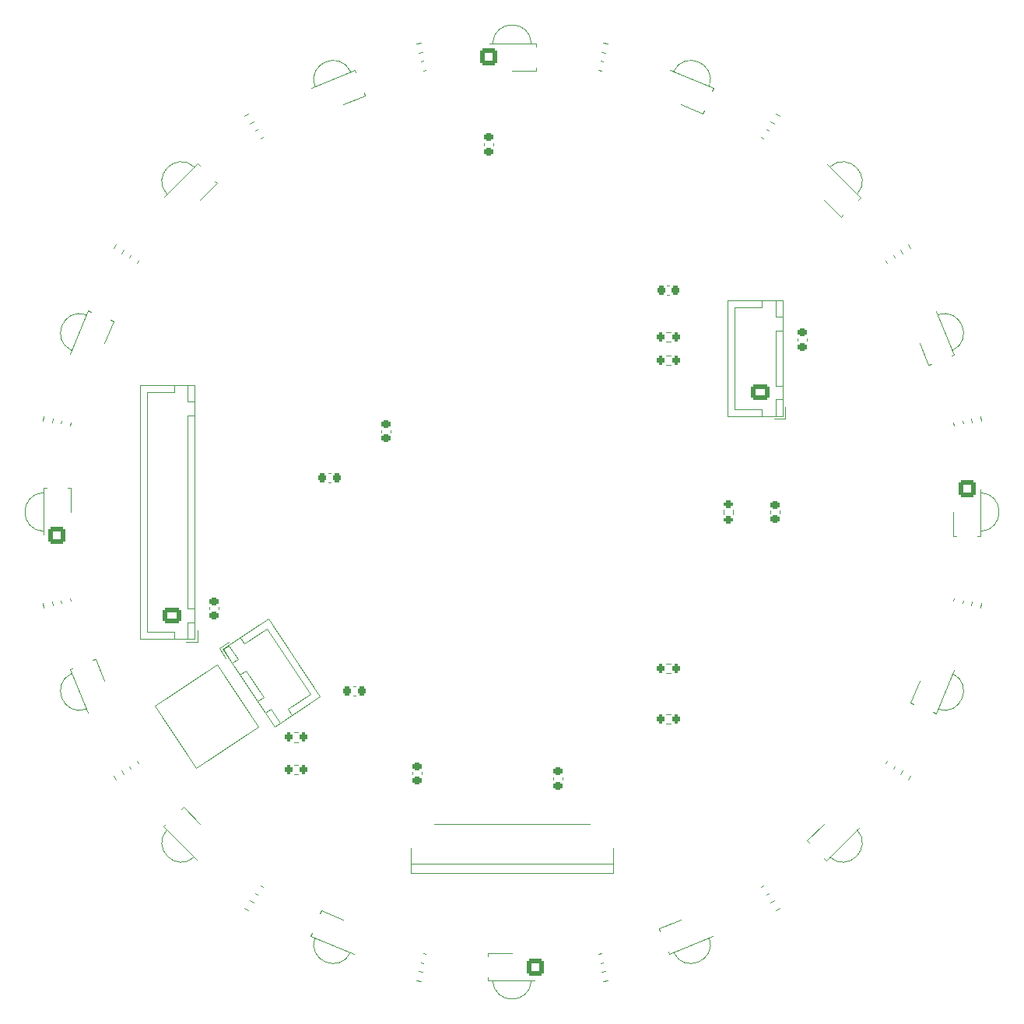
<source format=gbr>
%TF.GenerationSoftware,KiCad,Pcbnew,8.0.1*%
%TF.CreationDate,2024-11-10T20:11:21+09:00*%
%TF.ProjectId,Main-20240325,4d61696e-2d32-4303-9234-303332352e6b,rev?*%
%TF.SameCoordinates,Original*%
%TF.FileFunction,Legend,Bot*%
%TF.FilePolarity,Positive*%
%FSLAX46Y46*%
G04 Gerber Fmt 4.6, Leading zero omitted, Abs format (unit mm)*
G04 Created by KiCad (PCBNEW 8.0.1) date 2024-11-10 20:11:21*
%MOMM*%
%LPD*%
G01*
G04 APERTURE LIST*
G04 Aperture macros list*
%AMRoundRect*
0 Rectangle with rounded corners*
0 $1 Rounding radius*
0 $2 $3 $4 $5 $6 $7 $8 $9 X,Y pos of 4 corners*
0 Add a 4 corners polygon primitive as box body*
4,1,4,$2,$3,$4,$5,$6,$7,$8,$9,$2,$3,0*
0 Add four circle primitives for the rounded corners*
1,1,$1+$1,$2,$3*
1,1,$1+$1,$4,$5*
1,1,$1+$1,$6,$7*
1,1,$1+$1,$8,$9*
0 Add four rect primitives between the rounded corners*
20,1,$1+$1,$2,$3,$4,$5,0*
20,1,$1+$1,$4,$5,$6,$7,0*
20,1,$1+$1,$6,$7,$8,$9,0*
20,1,$1+$1,$8,$9,$2,$3,0*%
%AMHorizOval*
0 Thick line with rounded ends*
0 $1 width*
0 $2 $3 position (X,Y) of the first rounded end (center of the circle)*
0 $4 $5 position (X,Y) of the second rounded end (center of the circle)*
0 Add line between two ends*
20,1,$1,$2,$3,$4,$5,0*
0 Add two circle primitives to create the rounded ends*
1,1,$1,$2,$3*
1,1,$1,$4,$5*%
G04 Aperture macros list end*
%ADD10C,0.100000*%
%ADD11C,0.120000*%
%ADD12R,0.600000X1.500000*%
%ADD13R,2.300000X2.600000*%
%ADD14O,2.000000X2.700000*%
%ADD15C,3.200000*%
%ADD16O,2.000000X1.200000*%
%ADD17R,2.000000X1.200000*%
%ADD18C,2.000000*%
%ADD19R,1.800000X1.800000*%
%ADD20O,1.800000X1.800000*%
%ADD21R,1.700000X1.700000*%
%ADD22O,1.700000X1.700000*%
%ADD23O,1.200000X2.000000*%
%ADD24R,1.600000X1.600000*%
%ADD25C,1.600000*%
%ADD26R,1.524000X1.524000*%
%ADD27C,1.524000*%
%ADD28RoundRect,0.250000X0.725000X-0.600000X0.725000X0.600000X-0.725000X0.600000X-0.725000X-0.600000X0*%
%ADD29O,1.950000X1.700000*%
%ADD30RoundRect,0.200000X-0.013512X-0.339768X0.319076X-0.117540X0.013512X0.339768X-0.319076X0.117540X0*%
%ADD31RoundRect,0.200000X0.117540X-0.319076X0.339768X0.013512X-0.117540X0.319076X-0.339768X-0.013512X0*%
%ADD32RoundRect,0.250200X0.649800X0.649800X-0.649800X0.649800X-0.649800X-0.649800X0.649800X-0.649800X0*%
%ADD33C,1.800000*%
%ADD34RoundRect,0.200000X0.013512X0.339768X-0.319076X0.117540X-0.013512X-0.339768X0.319076X-0.117540X0*%
%ADD35RoundRect,0.250200X-0.351669X0.849005X-0.849005X-0.351669X0.351669X-0.849005X0.849005X0.351669X0*%
%ADD36HorizOval,1.400000X0.305564X-0.457308X-0.305564X0.457308X0*%
%ADD37RoundRect,0.200000X-0.308734X0.142507X-0.230698X-0.249807X0.308734X-0.142507X0.230698X0.249807X0*%
%ADD38RoundRect,0.250200X0.649800X-0.649800X0.649800X0.649800X-0.649800X0.649800X-0.649800X-0.649800X0*%
%ADD39RoundRect,0.200000X-0.200000X-0.275000X0.200000X-0.275000X0.200000X0.275000X-0.200000X0.275000X0*%
%ADD40RoundRect,0.225000X0.269449X0.201301X-0.171904X0.289092X-0.269449X-0.201301X0.171904X-0.289092X0*%
%ADD41RoundRect,0.250200X-0.849005X-0.351669X0.351669X-0.849005X0.849005X0.351669X-0.351669X0.849005X0*%
%ADD42RoundRect,0.200000X-0.117540X0.319076X-0.339768X-0.013512X0.117540X-0.319076X0.339768X0.013512X0*%
%ADD43RoundRect,0.250200X0.918956X0.000000X0.000000X0.918956X-0.918956X0.000000X0.000000X-0.918956X0*%
%ADD44RoundRect,0.250200X0.000000X-0.918956X0.918956X0.000000X0.000000X0.918956X-0.918956X0.000000X0*%
%ADD45RoundRect,0.225000X-0.171904X-0.289092X0.269449X-0.201301X0.171904X0.289092X-0.269449X0.201301X0*%
%ADD46RoundRect,0.200000X0.319076X0.117540X-0.013512X0.339768X-0.319076X-0.117540X0.013512X-0.339768X0*%
%ADD47RoundRect,0.225000X0.048188X0.332871X-0.325973X0.082864X-0.048188X-0.332871X0.325973X-0.082864X0*%
%ADD48RoundRect,0.225000X0.250000X-0.225000X0.250000X0.225000X-0.250000X0.225000X-0.250000X-0.225000X0*%
%ADD49RoundRect,0.200000X0.142507X0.308734X-0.249807X0.230698X-0.142507X-0.308734X0.249807X-0.230698X0*%
%ADD50RoundRect,0.225000X-0.250000X0.225000X-0.250000X-0.225000X0.250000X-0.225000X0.250000X0.225000X0*%
%ADD51RoundRect,0.250200X0.000000X0.918956X-0.918956X0.000000X0.000000X-0.918956X0.918956X0.000000X0*%
%ADD52RoundRect,0.250200X-0.918956X0.000000X0.000000X-0.918956X0.918956X0.000000X0.000000X0.918956X0*%
%ADD53RoundRect,0.225000X0.225000X0.250000X-0.225000X0.250000X-0.225000X-0.250000X0.225000X-0.250000X0*%
%ADD54RoundRect,0.225000X0.171904X0.289092X-0.269449X0.201301X-0.171904X-0.289092X0.269449X-0.201301X0*%
%ADD55RoundRect,0.225000X-0.225000X-0.250000X0.225000X-0.250000X0.225000X0.250000X-0.225000X0.250000X0*%
%ADD56RoundRect,0.200000X0.200000X0.275000X-0.200000X0.275000X-0.200000X-0.275000X0.200000X-0.275000X0*%
%ADD57RoundRect,0.225000X0.082864X-0.325973X0.332871X0.048188X-0.082864X0.325973X-0.332871X-0.048188X0*%
%ADD58RoundRect,0.225000X-0.332871X0.048188X-0.082864X-0.325973X0.332871X-0.048188X0.082864X0.325973X0*%
%ADD59RoundRect,0.200000X0.339768X-0.013512X0.117540X0.319076X-0.339768X0.013512X-0.117540X-0.319076X0*%
%ADD60RoundRect,0.225000X-0.082864X0.325973X-0.332871X-0.048188X0.082864X-0.325973X0.332871X0.048188X0*%
%ADD61RoundRect,0.225000X-0.325973X-0.082864X0.048188X-0.332871X0.325973X0.082864X-0.048188X0.332871X0*%
%ADD62RoundRect,0.250200X-0.351669X-0.849005X0.849005X-0.351669X0.351669X0.849005X-0.849005X0.351669X0*%
%ADD63RoundRect,0.250000X-0.936158X0.096093X-0.269473X-0.901670X0.936158X-0.096093X0.269473X0.901670X0*%
%ADD64HorizOval,1.700000X-0.103934X-0.069446X0.103934X0.069446X0*%
%ADD65RoundRect,0.250200X0.351669X0.849005X-0.849005X0.351669X-0.351669X-0.849005X0.849005X-0.351669X0*%
%ADD66RoundRect,0.250200X0.351669X-0.849005X0.849005X0.351669X-0.351669X0.849005X-0.849005X-0.351669X0*%
%ADD67RoundRect,0.225000X-0.201301X0.269449X-0.289092X-0.171904X0.201301X-0.269449X0.289092X0.171904X0*%
%ADD68RoundRect,0.250200X-0.849005X0.351669X-0.351669X-0.849005X0.849005X-0.351669X0.351669X0.849005X0*%
%ADD69RoundRect,0.225000X0.332871X-0.048188X0.082864X0.325973X-0.332871X0.048188X-0.082864X-0.325973X0*%
%ADD70RoundRect,0.200000X0.249807X0.230698X-0.142507X0.308734X-0.249807X-0.230698X0.142507X-0.308734X0*%
%ADD71RoundRect,0.225000X-0.269449X-0.201301X0.171904X-0.289092X0.269449X0.201301X-0.171904X0.289092X0*%
%ADD72RoundRect,0.200000X0.308734X-0.142507X0.230698X0.249807X-0.308734X0.142507X-0.230698X-0.249807X0*%
%ADD73RoundRect,0.225000X0.325973X0.082864X-0.048188X0.332871X-0.325973X-0.082864X0.048188X-0.332871X0*%
%ADD74RoundRect,0.250200X-0.649800X0.649800X-0.649800X-0.649800X0.649800X-0.649800X0.649800X0.649800X0*%
%ADD75RoundRect,0.225000X-0.289092X0.171904X-0.201301X-0.269449X0.289092X-0.171904X0.201301X0.269449X0*%
%ADD76RoundRect,0.200000X0.275000X-0.200000X0.275000X0.200000X-0.275000X0.200000X-0.275000X-0.200000X0*%
%ADD77RoundRect,0.225000X-0.048188X-0.332871X0.325973X-0.082864X0.048188X0.332871X-0.325973X0.082864X0*%
%ADD78RoundRect,0.200000X-0.249807X-0.230698X0.142507X-0.308734X0.249807X0.230698X-0.142507X0.308734X0*%
%ADD79RoundRect,0.200000X-0.142507X-0.308734X0.249807X-0.230698X0.142507X0.308734X-0.249807X0.230698X0*%
%ADD80RoundRect,0.200000X-0.230698X0.249807X-0.308734X-0.142507X0.230698X-0.249807X0.308734X0.142507X0*%
%ADD81RoundRect,0.250200X-0.649800X-0.649800X0.649800X-0.649800X0.649800X0.649800X-0.649800X0.649800X0*%
%ADD82RoundRect,0.225000X0.289092X-0.171904X0.201301X0.269449X-0.289092X0.171904X-0.201301X-0.269449X0*%
%ADD83RoundRect,0.200000X0.230698X-0.249807X0.308734X0.142507X-0.230698X0.249807X-0.308734X-0.142507X0*%
%ADD84RoundRect,0.225000X0.201301X-0.269449X0.289092X0.171904X-0.201301X0.269449X-0.289092X-0.171904X0*%
%ADD85RoundRect,0.250200X0.849005X-0.351669X0.351669X0.849005X-0.849005X0.351669X-0.351669X-0.849005X0*%
%ADD86RoundRect,0.200000X-0.339768X0.013512X-0.117540X-0.319076X0.339768X-0.013512X0.117540X0.319076X0*%
%ADD87RoundRect,0.200000X-0.319076X-0.117540X0.013512X-0.339768X0.319076X0.117540X-0.013512X0.339768X0*%
%ADD88RoundRect,0.250200X0.849005X0.351669X-0.351669X0.849005X-0.849005X-0.351669X0.351669X-0.849005X0*%
G04 APERTURE END LIST*
D10*
%TO.C,J5*%
X11620000Y-38540000D02*
X11620000Y-35840000D01*
X-10380000Y-37540000D02*
X11620000Y-37540000D01*
X-10380000Y-38540000D02*
X11620000Y-38540000D01*
X-7880000Y-33240000D02*
X9120000Y-33240000D01*
X-10380000Y-38540000D02*
X-10380000Y-35840000D01*
D11*
%TO.C,J7*%
X-39865000Y14520000D02*
X-39865000Y-13100000D01*
X-39865000Y-13100000D02*
X-33895000Y-13100000D01*
X-39105000Y13760000D02*
X-36155000Y13760000D01*
X-39105000Y710000D02*
X-39105000Y13760000D01*
X-39105000Y710000D02*
X-39105000Y-12340000D01*
X-39105000Y-12340000D02*
X-36155000Y-12340000D01*
X-36155000Y13760000D02*
X-36155000Y14510000D01*
X-36155000Y-12340000D02*
X-36155000Y-13090000D01*
X-34855000Y-13390000D02*
X-33605000Y-13390000D01*
X-34655000Y14510000D02*
X-34655000Y12710000D01*
X-34655000Y12710000D02*
X-33905000Y12710000D01*
X-34655000Y11210000D02*
X-34655000Y-9790000D01*
X-34655000Y-9790000D02*
X-33905000Y-9790000D01*
X-34655000Y-11290000D02*
X-34655000Y-13090000D01*
X-34655000Y-13090000D02*
X-33905000Y-13090000D01*
X-33905000Y14510000D02*
X-34655000Y14510000D01*
X-33905000Y12710000D02*
X-33905000Y14510000D01*
X-33905000Y11210000D02*
X-34655000Y11210000D01*
X-33905000Y-9790000D02*
X-33905000Y11210000D01*
X-33905000Y-11290000D02*
X-34655000Y-11290000D01*
X-33905000Y-13090000D02*
X-33905000Y-11290000D01*
X-33895000Y14520000D02*
X-39865000Y14520000D01*
X-33895000Y-13100000D02*
X-33895000Y14520000D01*
X-33605000Y-13390000D02*
X-33605000Y-12140000D01*
%TO.C,R19*%
X29138854Y-41544428D02*
X28744309Y-41808055D01*
X29719425Y-42413313D02*
X29324880Y-42676940D01*
%TO.C,R20*%
X43138057Y-27414309D02*
X42874430Y-27808854D01*
X44006942Y-27994880D02*
X43743315Y-28389425D01*
%TO.C,U11*%
X-1980000Y-47279999D02*
X-1980000Y-47629999D01*
X-1980000Y-50289999D02*
X-1980000Y-49949999D01*
X620000Y-47279999D02*
X-1980000Y-47279999D01*
X3110000Y-50289999D02*
X-1980000Y-50289999D01*
X2719917Y-50291735D02*
G75*
G02*
X-1480000Y-50289999I-2099917J101737D01*
G01*
%TO.C,R9*%
X-28479423Y43833313D02*
X-28084878Y44096940D01*
X-27898852Y42964428D02*
X-27504307Y43228055D01*
%TO.C,U14*%
X43962001Y-20057063D02*
X44285359Y-20191002D01*
X44956978Y-17654976D02*
X43962001Y-20057063D01*
X46742878Y-21208940D02*
X46428759Y-21078828D01*
X48690737Y-16506393D02*
X46742878Y-21208940D01*
X48543063Y-16867448D02*
G75*
G02*
X46934220Y-20747001I-897598J-1901136D01*
G01*
D10*
%TO.C,SW1*%
X-26996310Y-22631561D02*
X-33764472Y-27153903D01*
X-38281258Y-20394055D01*
X-31513096Y-15871713D01*
X-26996310Y-22631561D01*
D11*
%TO.C,R12*%
X-50356615Y-9671785D02*
X-50449188Y-9206387D01*
X-49331694Y-9467915D02*
X-49424267Y-9002517D01*
%TO.C,U7*%
X-50380000Y3310001D02*
X-50040000Y3310001D01*
X-50380000Y-1779999D02*
X-50380000Y3310001D01*
X-47370000Y3310001D02*
X-47720000Y3310001D01*
X-47370000Y710001D02*
X-47370000Y3310001D01*
X-50381736Y-1389916D02*
G75*
G02*
X-50380000Y2810001I101737J2099917D01*
G01*
%TO.C,R5*%
X-22642742Y-26767500D02*
X-23117258Y-26767500D01*
X-22642742Y-27812500D02*
X-23117258Y-27812500D01*
%TO.C,C20*%
X-9274346Y-48311647D02*
X-8998588Y-48366498D01*
X-9075354Y-47311246D02*
X-8799596Y-47366097D01*
%TO.C,U18*%
X17836394Y48780738D02*
X22538941Y46832879D01*
X18984977Y45046979D02*
X21387064Y44052002D01*
X21387064Y44052002D02*
X21521003Y44375360D01*
X22538941Y46832879D02*
X22408829Y46518760D01*
X18197449Y48633064D02*
G75*
G02*
X22077002Y47024221I1901136J-897598D01*
G01*
%TO.C,R10*%
X-42766940Y29414880D02*
X-42503313Y29809425D01*
X-41898055Y28834309D02*
X-41634428Y29228854D01*
%TO.C,U9*%
X-37280923Y-33513967D02*
X-37040506Y-33273550D01*
X-35152531Y-31385575D02*
X-35400019Y-31633063D01*
X-33681749Y-37113140D02*
X-37280923Y-33513967D01*
X-33314054Y-33224053D02*
X-35152531Y-31385575D01*
X-33958808Y-36838536D02*
G75*
G02*
X-36927369Y-33867520I-1412926J1556803D01*
G01*
%TO.C,U5*%
X-37203141Y35011750D02*
X-33603968Y38610924D01*
X-33603968Y38610924D02*
X-33363551Y38370507D01*
X-33314054Y34644055D02*
X-31475576Y36482532D01*
X-31475576Y36482532D02*
X-31723064Y36730020D01*
X-36928537Y35288809D02*
G75*
G02*
X-33957521Y38257370I1556803J1412926D01*
G01*
%TO.C,C13*%
X-8998588Y49786498D02*
X-9274346Y49731647D01*
X-8799596Y48786097D02*
X-9075354Y48731246D01*
%TO.C,R24*%
X28744310Y43228056D02*
X29138855Y42964429D01*
X29324881Y44096941D02*
X29719426Y43833314D01*
%TO.C,C22*%
X27720496Y-40101797D02*
X27954272Y-39945592D01*
X28287178Y-40949896D02*
X28520954Y-40793691D01*
%TO.C,C11*%
X-13600000Y9625580D02*
X-13600000Y9344420D01*
X-12580000Y9625580D02*
X-12580000Y9344420D01*
%TO.C,R8*%
X-9761785Y51686616D02*
X-9296387Y51779189D01*
X-9557915Y50661695D02*
X-9092517Y50754268D01*
%TO.C,C3*%
X-9240000Y-27584420D02*
X-9240000Y-27865580D01*
X-10260000Y-27584420D02*
X-10260000Y-27865580D01*
%TO.C,C12*%
X-2430000Y40569420D02*
X-2430000Y40850580D01*
X-1410000Y40569420D02*
X-1410000Y40850580D01*
%TO.C,U13*%
X32715576Y-35062530D02*
X32963064Y-35310018D01*
X34554054Y-33224053D02*
X32715576Y-35062530D01*
X34843968Y-37190922D02*
X34603551Y-36950505D01*
X38443141Y-33591748D02*
X34843968Y-37190922D01*
X38168537Y-33868807D02*
G75*
G02*
X35197521Y-36837368I-1556803J-1412926D01*
G01*
%TO.C,U17*%
X34554054Y34644055D02*
X36392531Y32805577D01*
X34921749Y38533142D02*
X38520923Y34933969D01*
X36392531Y32805577D02*
X36640019Y33053065D01*
X38520923Y34933969D02*
X38280506Y34693552D01*
X35198808Y38258538D02*
G75*
G02*
X38167369Y35287522I1412926J-1556803D01*
G01*
%TO.C,C7*%
X-16680580Y-18280000D02*
X-16399420Y-18280000D01*
X-16680580Y-19300000D02*
X-16399420Y-19300000D01*
%TO.C,C21*%
X10039596Y-47366095D02*
X10315354Y-47311244D01*
X10238588Y-48366496D02*
X10514346Y-48311645D01*
%TO.C,C8*%
X-32350000Y-9624420D02*
X-32350000Y-9905580D01*
X-31330000Y-9624420D02*
X-31330000Y-9905580D01*
%TO.C,C4*%
X17760580Y25350000D02*
X17479420Y25350000D01*
X17760580Y24330000D02*
X17479420Y24330000D01*
%TO.C,R16*%
X17382742Y-15767500D02*
X17857258Y-15767500D01*
X17382742Y-16812500D02*
X17857258Y-16812500D01*
%TO.C,C15*%
X-40883692Y28610956D02*
X-41039897Y28377180D01*
X-40035593Y28044274D02*
X-40191798Y27810498D01*
%TO.C,C26*%
X41431798Y27810497D02*
X41275593Y28044273D01*
X42279897Y28377179D02*
X42123692Y28610955D01*
%TO.C,R23*%
X42874429Y29228853D02*
X43138056Y28834308D01*
X43743314Y29809424D02*
X44006941Y29414879D01*
%TO.C,R17*%
X17382742Y-22312500D02*
X17857258Y-22312500D01*
X17382742Y-21267500D02*
X17857258Y-21267500D01*
%TO.C,C6*%
X31650000Y19600580D02*
X31650000Y19319420D01*
X32670000Y19600580D02*
X32670000Y19319420D01*
%TO.C,C23*%
X41275593Y-26624272D02*
X41431798Y-26390496D01*
X42123692Y-27190954D02*
X42279897Y-26957178D01*
%TO.C,C27*%
X27954273Y41365594D02*
X27720497Y41521799D01*
X28520955Y42213693D02*
X28287179Y42369898D01*
%TO.C,U4*%
X-21197314Y46874975D02*
X-16494767Y48822833D01*
X-17744977Y45046979D02*
X-15342890Y46041956D01*
X-16494767Y48822833D02*
X-16364655Y48508714D01*
X-15342890Y46041956D02*
X-15476829Y46365314D01*
X-20837589Y47025857D02*
G75*
G02*
X-16956707Y48631492I1979004J709610D01*
G01*
%TO.C,J1*%
X-31245871Y-14147704D02*
X-30551408Y-15187041D01*
X-30843629Y-14227715D02*
X-25221258Y-22642187D01*
X-30829759Y-14230474D02*
X-29829732Y-15727119D01*
X-30206534Y-13453241D02*
X-31245871Y-14147704D01*
X-30206156Y-13813796D02*
X-30829759Y-14230474D01*
X-29829732Y-15727119D02*
X-29206130Y-15310441D01*
X-29206130Y-15310441D02*
X-30206156Y-13813796D01*
X-28996377Y-16974323D02*
X-27051881Y-19884467D01*
X-28542274Y-13604043D02*
X-28958952Y-12980441D01*
X-28372775Y-16557646D02*
X-28996377Y-16974323D01*
X-27051881Y-19884467D02*
X-26428279Y-19467789D01*
X-26428279Y-19467789D02*
X-28372775Y-16557646D01*
X-26218526Y-21131671D02*
X-25218499Y-22628317D01*
X-26089439Y-11965111D02*
X-28542274Y-13604043D01*
X-25879755Y-10910960D02*
X-30843629Y-14227715D01*
X-25594924Y-20714994D02*
X-26218526Y-21131671D01*
X-25221258Y-22642187D02*
X-20257385Y-19325433D01*
X-25218499Y-22628317D02*
X-24594897Y-22211639D01*
X-24594897Y-22211639D02*
X-25594924Y-20714994D01*
X-23764370Y-20754681D02*
X-23347693Y-21378284D01*
X-23700487Y-15540430D02*
X-26089439Y-11965111D01*
X-23700487Y-15540430D02*
X-21311535Y-19115749D01*
X-21311535Y-19115749D02*
X-23764370Y-20754681D01*
X-20257385Y-19325433D02*
X-25879755Y-10910960D01*
%TO.C,U12*%
X16582890Y-44621954D02*
X16716829Y-44945312D01*
X17734767Y-47402831D02*
X17604655Y-47088712D01*
X18984977Y-43626977D02*
X16582890Y-44621954D01*
X22437314Y-45454973D02*
X17734767Y-47402831D01*
X22077589Y-45605855D02*
G75*
G02*
X18196707Y-47211490I-1979004J-709610D01*
G01*
%TO.C,R4*%
X17382742Y17742500D02*
X17857258Y17742500D01*
X17382742Y16697500D02*
X17857258Y16697500D01*
%TO.C,U6*%
X-47450737Y17926395D02*
X-45502878Y22628942D01*
X-45502878Y22628942D02*
X-45188759Y22498830D01*
X-43716978Y19074978D02*
X-42722001Y21477065D01*
X-42722001Y21477065D02*
X-43045359Y21611004D01*
X-47303063Y18287450D02*
G75*
G02*
X-45694220Y22167003I897598J1901136D01*
G01*
%TO.C,C5*%
X28725000Y569420D02*
X28725000Y850580D01*
X29745000Y569420D02*
X29745000Y850580D01*
%TO.C,C24*%
X48641244Y-8985352D02*
X48696095Y-8709594D01*
X49641645Y-9184344D02*
X49696496Y-8908586D01*
%TO.C,U16*%
X44956978Y19074978D02*
X45951955Y16672891D01*
X45951955Y16672891D02*
X46275313Y16806830D01*
X46784974Y22527315D02*
X48732832Y17824768D01*
X48732832Y17824768D02*
X48418713Y17694656D01*
X46935856Y22167590D02*
G75*
G02*
X48541491Y18286708I709610J-1979004D01*
G01*
%TO.C,C18*%
X-41039897Y-26957178D02*
X-40883692Y-27190954D01*
X-40191798Y-26390496D02*
X-40035593Y-26624272D01*
%TO.C,R25*%
X10332518Y50754267D02*
X10797916Y50661694D01*
X10536388Y51779188D02*
X11001786Y51686615D01*
%TO.C,C28*%
X10315353Y48731245D02*
X10039595Y48786096D01*
X10514345Y49731646D02*
X10238587Y49786497D01*
%TO.C,R22*%
X50571696Y10887916D02*
X50664269Y10422518D01*
X51596617Y11091786D02*
X51689190Y10626388D01*
%TO.C,C19*%
X-27280955Y-40793691D02*
X-27047179Y-40949896D01*
X-26714273Y-39945592D02*
X-26480497Y-40101797D01*
%TO.C,U15*%
X48610000Y710000D02*
X48610000Y-1890000D01*
X48610000Y-1890000D02*
X48960000Y-1890000D01*
X51620000Y3200000D02*
X51620000Y-1890000D01*
X51620000Y-1890000D02*
X51280000Y-1890000D01*
X51621736Y2809917D02*
G75*
G02*
X51620000Y-1390000I-101737J-2099917D01*
G01*
%TO.C,C25*%
X48696096Y10129596D02*
X48641245Y10405354D01*
X49696497Y10328588D02*
X49641646Y10604346D01*
%TO.C,R7*%
X-22642742Y-23267500D02*
X-23117258Y-23267500D01*
X-22642742Y-24312500D02*
X-23117258Y-24312500D01*
%TO.C,R6*%
X23637500Y947258D02*
X23637500Y472742D01*
X24682500Y947258D02*
X24682500Y472742D01*
%TO.C,C14*%
X-27047179Y42369898D02*
X-27280955Y42213693D01*
X-26480497Y41521799D02*
X-26714273Y41365594D01*
%TO.C,R3*%
X17382742Y20282500D02*
X17857258Y20282500D01*
X17382742Y19237500D02*
X17857258Y19237500D01*
%TO.C,R15*%
X-9296386Y-50359188D02*
X-9761784Y-50266615D01*
X-9092516Y-49334267D02*
X-9557914Y-49241694D01*
%TO.C,R18*%
X10797916Y-49241695D02*
X10332518Y-49334268D01*
X11001786Y-50266616D02*
X10536388Y-50359189D01*
%TO.C,R11*%
X-50449187Y10626387D02*
X-50356614Y11091785D01*
X-49424266Y10422517D02*
X-49331693Y10887915D01*
%TO.C,C10*%
X5110000Y-28149420D02*
X5110000Y-28430580D01*
X6130000Y-28149420D02*
X6130000Y-28430580D01*
%TO.C,U3*%
X-1870000Y51710001D02*
X3220000Y51710001D01*
X620000Y48700001D02*
X3220000Y48700001D01*
X3220000Y51710001D02*
X3220000Y51370001D01*
X3220000Y48700001D02*
X3220000Y49050001D01*
X-1479917Y51711737D02*
G75*
G02*
X2720000Y51710001I2099917J-101737D01*
G01*
%TO.C,C17*%
X-48456498Y-8908587D02*
X-48401647Y-9184345D01*
X-47456097Y-8709595D02*
X-47401246Y-8985353D01*
%TO.C,R21*%
X50664268Y-9002517D02*
X50571695Y-9467915D01*
X51689189Y-9206387D02*
X51596616Y-9671785D01*
%TO.C,J6*%
X24110000Y23770000D02*
X24110000Y11150000D01*
X24110000Y11150000D02*
X30080000Y11150000D01*
X24870000Y23010000D02*
X27820000Y23010000D01*
X24870000Y17460000D02*
X24870000Y23010000D01*
X24870000Y17460000D02*
X24870000Y11910000D01*
X24870000Y11910000D02*
X27820000Y11910000D01*
X27820000Y23010000D02*
X27820000Y23760000D01*
X27820000Y11910000D02*
X27820000Y11160000D01*
X29120000Y10860000D02*
X30370000Y10860000D01*
X29320000Y23760000D02*
X29320000Y21960000D01*
X29320000Y21960000D02*
X30070000Y21960000D01*
X29320000Y20460000D02*
X29320000Y14460000D01*
X29320000Y14460000D02*
X30070000Y14460000D01*
X29320000Y12960000D02*
X29320000Y11160000D01*
X29320000Y11160000D02*
X30070000Y11160000D01*
X30070000Y23760000D02*
X29320000Y23760000D01*
X30070000Y21960000D02*
X30070000Y23760000D01*
X30070000Y20460000D02*
X29320000Y20460000D01*
X30070000Y14460000D02*
X30070000Y20460000D01*
X30070000Y12960000D02*
X29320000Y12960000D01*
X30070000Y11160000D02*
X30070000Y12960000D01*
X30080000Y23770000D02*
X24110000Y23770000D01*
X30080000Y11150000D02*
X30080000Y23770000D01*
X30370000Y10860000D02*
X30370000Y12110000D01*
%TO.C,C9*%
X-19099420Y4920000D02*
X-19380580Y4920000D01*
X-19099420Y3900000D02*
X-19380580Y3900000D01*
%TO.C,C16*%
X-48401646Y10604346D02*
X-48456497Y10328588D01*
X-47401245Y10405354D02*
X-47456096Y10129596D01*
%TO.C,U8*%
X-47492832Y-16404766D02*
X-47178713Y-16274654D01*
X-45544974Y-21107313D02*
X-47492832Y-16404766D01*
X-44711955Y-15252889D02*
X-45035313Y-15386828D01*
X-43716978Y-17654976D02*
X-44711955Y-15252889D01*
X-45695856Y-20747588D02*
G75*
G02*
X-47301491Y-16866706I-709610J1979004D01*
G01*
%TO.C,R13*%
X-42503312Y-28389424D02*
X-42766939Y-27994879D01*
X-41634427Y-27808853D02*
X-41898054Y-27414308D01*
%TO.C,R14*%
X-28084879Y-42676941D02*
X-28479424Y-42413314D01*
X-27504308Y-41808056D02*
X-27898853Y-41544429D01*
%TO.C,U10*%
X-21298941Y-45412877D02*
X-21168829Y-45098758D01*
X-20147064Y-42632000D02*
X-20281003Y-42955358D01*
X-17744977Y-43626977D02*
X-20147064Y-42632000D01*
X-16596394Y-47360736D02*
X-21298941Y-45412877D01*
X-16957449Y-47213062D02*
G75*
G02*
X-20837002Y-45604219I-1901136J897598D01*
G01*
%TD*%
%LPC*%
D12*
%TO.C,J5*%
X7620000Y-31790000D03*
X6620000Y-31790000D03*
X5620000Y-31790000D03*
X4620000Y-31790000D03*
X3620000Y-31790000D03*
X2620000Y-31790000D03*
X1620000Y-31790000D03*
X620000Y-31790000D03*
X-380000Y-31790000D03*
X-1380000Y-31790000D03*
X-2380000Y-31790000D03*
X-3380000Y-31790000D03*
X-4380000Y-31790000D03*
X-5380000Y-31790000D03*
X-6380000Y-31790000D03*
D13*
X10270000Y-34540000D03*
X-9030000Y-34540000D03*
%TD*%
D14*
%TO.C,SW4*%
X14370000Y-21790000D03*
X20870000Y-21790000D03*
%TD*%
%TO.C,SW3*%
X20870000Y-16290000D03*
X14370000Y-16290000D03*
%TD*%
%TO.C,SW2*%
X14370000Y-27290000D03*
X20870000Y-27290000D03*
%TD*%
D15*
%TO.C,REF\u002A\u002A*%
X30672038Y-29342038D03*
%TD*%
D16*
%TO.C,U1*%
X8240000Y-25960000D03*
X8240000Y-23420000D03*
X8240000Y-20880000D03*
X8240000Y-18340000D03*
X8240000Y7060000D03*
X-7000000Y-23420000D03*
X8240000Y-15800000D03*
X8240000Y-13260000D03*
X8240000Y-10720000D03*
X8240000Y-8180000D03*
X8240000Y-5640000D03*
X8240000Y-3100000D03*
X8240000Y-560000D03*
X8240000Y1980000D03*
X8240000Y4520000D03*
X-7000000Y4520000D03*
X-7000000Y1980000D03*
X-7000000Y-560000D03*
X-7000000Y-3100000D03*
X-7000000Y-5640000D03*
X-7000000Y-8180000D03*
X-7000000Y-10720000D03*
X-7000000Y-13260000D03*
X-7000000Y-15800000D03*
X-7000000Y-18340000D03*
X-7000000Y-20880000D03*
X8240000Y9600000D03*
X8240000Y12140000D03*
X8240000Y14680000D03*
X8240000Y17220000D03*
X8240000Y19760000D03*
X8240000Y22300000D03*
X8240000Y24840000D03*
X8240000Y27380000D03*
X8240000Y29920000D03*
X-7000000Y29920000D03*
X-7000000Y27380000D03*
X-7000000Y24840000D03*
X-7000000Y22300000D03*
X-7000000Y19760000D03*
X-7000000Y17220000D03*
X-7000000Y14680000D03*
X-7000000Y12140000D03*
X-7000000Y9600000D03*
D17*
X8240000Y-28500000D03*
X-7000000Y-25960000D03*
X-7000000Y7060000D03*
D16*
X-4460000Y17220000D03*
X-1920000Y17220000D03*
X-7000000Y-28500000D03*
%TD*%
D18*
%TO.C,J8*%
X-4460000Y46710000D03*
X-1920000Y46710000D03*
X620000Y46710000D03*
X3160000Y46710000D03*
X5700000Y46710000D03*
%TD*%
D16*
%TO.C,U2*%
X13810000Y24840000D03*
D17*
X13810000Y22300000D03*
D16*
X13810000Y19760000D03*
X13810000Y17220000D03*
X21430000Y17220000D03*
X21430000Y19760000D03*
D17*
X21430000Y22300000D03*
D16*
X21430000Y24840000D03*
%TD*%
D19*
%TO.C,D5*%
X29235000Y-3100000D03*
D20*
X29235000Y4520000D03*
%TD*%
D18*
%TO.C,J10*%
X46620000Y5790000D03*
X46620000Y3250000D03*
X46620000Y710000D03*
X46620000Y-1830000D03*
X46620000Y-4370000D03*
%TD*%
D15*
%TO.C,REF\u002A\u002A*%
X-29432038Y-29342038D03*
%TD*%
%TO.C,REF\u002A\u002A*%
X-22991735Y36047459D03*
%TD*%
%TO.C,REF\u002A\u002A*%
X24231735Y36047459D03*
%TD*%
D21*
%TO.C,J2*%
X-22590000Y4410000D03*
D22*
X-22590000Y1870000D03*
X-22590000Y-670000D03*
X-22590000Y-3210000D03*
X-22590000Y-5750000D03*
X-22590000Y-8290000D03*
%TD*%
D15*
%TO.C,REF\u002A\u002A*%
X24231735Y-34627459D03*
%TD*%
D23*
%TO.C,U19*%
X29240000Y8330000D03*
X26700000Y8330000D03*
X24160000Y8330000D03*
X21620000Y8330000D03*
X19080000Y8330000D03*
X16540000Y8330000D03*
X14000000Y8330000D03*
X14000000Y-6910000D03*
X16540000Y-6910000D03*
X19080000Y-6910000D03*
X21620000Y-6910000D03*
X24160000Y-6910000D03*
X26700000Y-6910000D03*
X29240000Y-6910000D03*
%TD*%
D15*
%TO.C,REF\u002A\u002A*%
X-22991735Y-34627459D03*
%TD*%
%TO.C,REF\u002A\u002A*%
X30672038Y30762038D03*
%TD*%
D16*
%TO.C,J4*%
X-15632500Y5790000D03*
X-13092500Y5790000D03*
X-15632500Y3250000D03*
X-13092500Y3250000D03*
X-15632500Y710000D03*
X-13092500Y710000D03*
X-15632500Y-1830000D03*
X-13092500Y-1830000D03*
X-15632500Y-4370000D03*
X-13092500Y-4370000D03*
%TD*%
D24*
%TO.C,C1*%
X620000Y-21192651D03*
D25*
X620000Y-17692651D03*
%TD*%
D15*
%TO.C,REF\u002A\u002A*%
X-29432038Y30762038D03*
%TD*%
D24*
%TO.C,C2*%
X620000Y-10790000D03*
D25*
X620000Y-7290000D03*
%TD*%
D26*
%TO.C,J3*%
X-11757500Y-14997500D03*
D27*
X-13757500Y-14997500D03*
X-15757500Y-14997500D03*
X-17757500Y-14997500D03*
%TD*%
D25*
%TO.C,RV1*%
X28580000Y-16290000D03*
X31120000Y-13750000D03*
X33660000Y-16290000D03*
%TD*%
D18*
%TO.C,J9*%
X-45380000Y-4370000D03*
X-45380000Y-1830000D03*
X-45380000Y710000D03*
X-45380000Y3250000D03*
X-45380000Y5790000D03*
%TD*%
D28*
%TO.C,J7*%
X-36355000Y-10540000D03*
D29*
X-36355000Y-8040000D03*
X-36355000Y-5540000D03*
X-36355000Y-3040000D03*
X-36355000Y-540000D03*
X-36355000Y1960000D03*
X-36355000Y4460000D03*
X-36355000Y6960000D03*
X-36355000Y9460000D03*
X-36355000Y11960000D03*
%TD*%
D30*
%TO.C,R19*%
X28545905Y-42569029D03*
X29917829Y-41652339D03*
%TD*%
D31*
%TO.C,R20*%
X42982341Y-28587829D03*
X43899031Y-27215905D03*
%TD*%
D32*
%TO.C,U11*%
X3160000Y-48789999D03*
D33*
X620000Y-48789999D03*
X-1920000Y-48789999D03*
%TD*%
D34*
%TO.C,R9*%
X-27305903Y43989029D03*
X-28677827Y43072339D03*
%TD*%
D35*
%TO.C,U14*%
X47324052Y-15886174D03*
D33*
X46352036Y-18232828D03*
X45380020Y-20579482D03*
%TD*%
D36*
%TO.C,SW1*%
X-29115703Y-22213592D03*
X-31227636Y-23624741D03*
X-33339568Y-25035889D03*
X-31938000Y-17989727D03*
X-34049932Y-19400875D03*
X-36161865Y-20812024D03*
%TD*%
D37*
%TO.C,R12*%
X-50051391Y-8528003D03*
X-49729491Y-10146299D03*
%TD*%
D38*
%TO.C,U7*%
X-48880000Y-1829999D03*
D33*
X-48880000Y710001D03*
X-48880000Y3250001D03*
%TD*%
D39*
%TO.C,R5*%
X-23705000Y-27290000D03*
X-22055000Y-27290000D03*
%TD*%
D40*
%TO.C,C20*%
X-8276862Y-47990067D03*
X-9797080Y-47687677D03*
%TD*%
D41*
%TO.C,U18*%
X17216175Y47414053D03*
D33*
X19562829Y46442037D03*
X21909483Y45470021D03*
%TD*%
D42*
%TO.C,R10*%
X-41742339Y30007829D03*
X-42659029Y28635905D03*
%TD*%
D43*
%TO.C,U9*%
X-32585734Y-36087835D03*
D33*
X-34381785Y-34291784D03*
X-36177836Y-32495733D03*
%TD*%
D44*
%TO.C,U5*%
X-36177836Y33915735D03*
D33*
X-34381785Y35711786D03*
X-32585734Y37507837D03*
%TD*%
D45*
%TO.C,C13*%
X-9797080Y49107677D03*
X-8276862Y49410067D03*
%TD*%
D46*
%TO.C,R24*%
X29917830Y43072340D03*
X28545906Y43989030D03*
%TD*%
D47*
%TO.C,C22*%
X28765114Y-40017177D03*
X27476336Y-40878311D03*
%TD*%
D48*
%TO.C,C11*%
X-13090000Y8710000D03*
X-13090000Y10260000D03*
%TD*%
D49*
%TO.C,R8*%
X-8618003Y51381392D03*
X-10236299Y51059492D03*
%TD*%
D48*
%TO.C,C3*%
X-9750000Y-28500000D03*
X-9750000Y-26950000D03*
%TD*%
D50*
%TO.C,C12*%
X-1920000Y41485000D03*
X-1920000Y39935000D03*
%TD*%
D51*
%TO.C,U13*%
X37417836Y-32495733D03*
D33*
X35621785Y-34291784D03*
X33825734Y-36087835D03*
%TD*%
D52*
%TO.C,U17*%
X33825734Y37507837D03*
D33*
X35621785Y35711786D03*
X37417836Y33915735D03*
%TD*%
D53*
%TO.C,C7*%
X-15765000Y-18790000D03*
X-17315000Y-18790000D03*
%TD*%
D54*
%TO.C,C21*%
X11037080Y-47687675D03*
X9516862Y-47990065D03*
%TD*%
D48*
%TO.C,C8*%
X-31840000Y-10540000D03*
X-31840000Y-8990000D03*
%TD*%
D55*
%TO.C,C4*%
X16845000Y24840000D03*
X18395000Y24840000D03*
%TD*%
D56*
%TO.C,R16*%
X18445000Y-16290000D03*
X16795000Y-16290000D03*
%TD*%
D57*
%TO.C,C15*%
X-40968312Y27566338D03*
X-40107178Y28855116D03*
%TD*%
D58*
%TO.C,C26*%
X41347178Y28855115D03*
X42208312Y27566337D03*
%TD*%
D59*
%TO.C,R23*%
X43899030Y28635904D03*
X42982340Y30007828D03*
%TD*%
D56*
%TO.C,R17*%
X16795000Y-21790000D03*
X18445000Y-21790000D03*
%TD*%
D48*
%TO.C,C6*%
X32160000Y18685000D03*
X32160000Y20235000D03*
%TD*%
D60*
%TO.C,C23*%
X42208312Y-26146336D03*
X41347178Y-27435114D03*
%TD*%
D61*
%TO.C,C27*%
X27476337Y42298313D03*
X28765115Y41437179D03*
%TD*%
D62*
%TO.C,U4*%
X-20669483Y45470021D03*
D33*
X-18322829Y46442037D03*
X-15976175Y47414053D03*
%TD*%
D63*
%TO.C,J1*%
X-27375954Y-14989574D03*
D64*
X-25987028Y-17068248D03*
X-24598103Y-19146922D03*
%TD*%
D65*
%TO.C,U12*%
X21909483Y-44050019D03*
D33*
X19562829Y-45022035D03*
X17216175Y-45994051D03*
%TD*%
D56*
%TO.C,R4*%
X18445000Y17220000D03*
X16795000Y17220000D03*
%TD*%
D66*
%TO.C,U6*%
X-46084052Y17306176D03*
D33*
X-45112036Y19652830D03*
X-44140020Y21999484D03*
%TD*%
D50*
%TO.C,C5*%
X29235000Y1485000D03*
X29235000Y-65000D03*
%TD*%
D67*
%TO.C,C24*%
X49320065Y-8186860D03*
X49017675Y-9707078D03*
%TD*%
D68*
%TO.C,U16*%
X45380020Y21999484D03*
D33*
X46352036Y19652830D03*
X47324052Y17306176D03*
%TD*%
D69*
%TO.C,C18*%
X-40107178Y-27435114D03*
X-40968312Y-26146336D03*
%TD*%
D70*
%TO.C,R25*%
X11476300Y51059491D03*
X9858004Y51381391D03*
%TD*%
D71*
%TO.C,C28*%
X9516861Y49410066D03*
X11037079Y49107676D03*
%TD*%
D72*
%TO.C,R22*%
X51291393Y9948004D03*
X50969493Y11566300D03*
%TD*%
D73*
%TO.C,C19*%
X-26236337Y-40878311D03*
X-27525115Y-40017177D03*
%TD*%
D74*
%TO.C,U15*%
X50120000Y3250000D03*
D33*
X50120000Y710000D03*
X50120000Y-1830000D03*
%TD*%
D75*
%TO.C,C25*%
X49017676Y11127080D03*
X49320066Y9606862D03*
%TD*%
D39*
%TO.C,R7*%
X-23705000Y-23790000D03*
X-22055000Y-23790000D03*
%TD*%
D76*
%TO.C,R6*%
X24160000Y-115000D03*
X24160000Y1535000D03*
%TD*%
D77*
%TO.C,C14*%
X-27525115Y41437179D03*
X-26236337Y42298313D03*
%TD*%
D56*
%TO.C,R3*%
X18445000Y19760000D03*
X16795000Y19760000D03*
%TD*%
D78*
%TO.C,R15*%
X-10236298Y-49639491D03*
X-8618002Y-49961391D03*
%TD*%
D79*
%TO.C,R18*%
X9858004Y-49961392D03*
X11476300Y-49639492D03*
%TD*%
D80*
%TO.C,R11*%
X-49729490Y11566299D03*
X-50051390Y9948003D03*
%TD*%
D48*
%TO.C,C10*%
X5620000Y-27515000D03*
X5620000Y-29065000D03*
%TD*%
D81*
%TO.C,U3*%
X-1920000Y50210001D03*
D33*
X620000Y50210001D03*
X3160000Y50210001D03*
%TD*%
D82*
%TO.C,C17*%
X-47777677Y-9707079D03*
X-48080067Y-8186861D03*
%TD*%
D83*
%TO.C,R21*%
X50969492Y-10146299D03*
X51291392Y-8528003D03*
%TD*%
D28*
%TO.C,J6*%
X27620000Y13710000D03*
D29*
X27620000Y16210000D03*
X27620000Y18710000D03*
X27620000Y21210000D03*
%TD*%
D55*
%TO.C,C9*%
X-20015000Y4410000D03*
X-18465000Y4410000D03*
%TD*%
D84*
%TO.C,C16*%
X-48080066Y9606862D03*
X-47777676Y11127080D03*
%TD*%
D85*
%TO.C,U8*%
X-44140020Y-20579482D03*
D33*
X-45112036Y-18232828D03*
X-46084052Y-15886174D03*
%TD*%
D86*
%TO.C,R13*%
X-42659028Y-27215904D03*
X-41742338Y-28587828D03*
%TD*%
D87*
%TO.C,R14*%
X-28677828Y-41652340D03*
X-27305904Y-42569030D03*
%TD*%
D88*
%TO.C,U10*%
X-15976175Y-45994051D03*
D33*
X-18322829Y-45022035D03*
X-20669483Y-44050019D03*
%TD*%
%LPD*%
M02*

</source>
